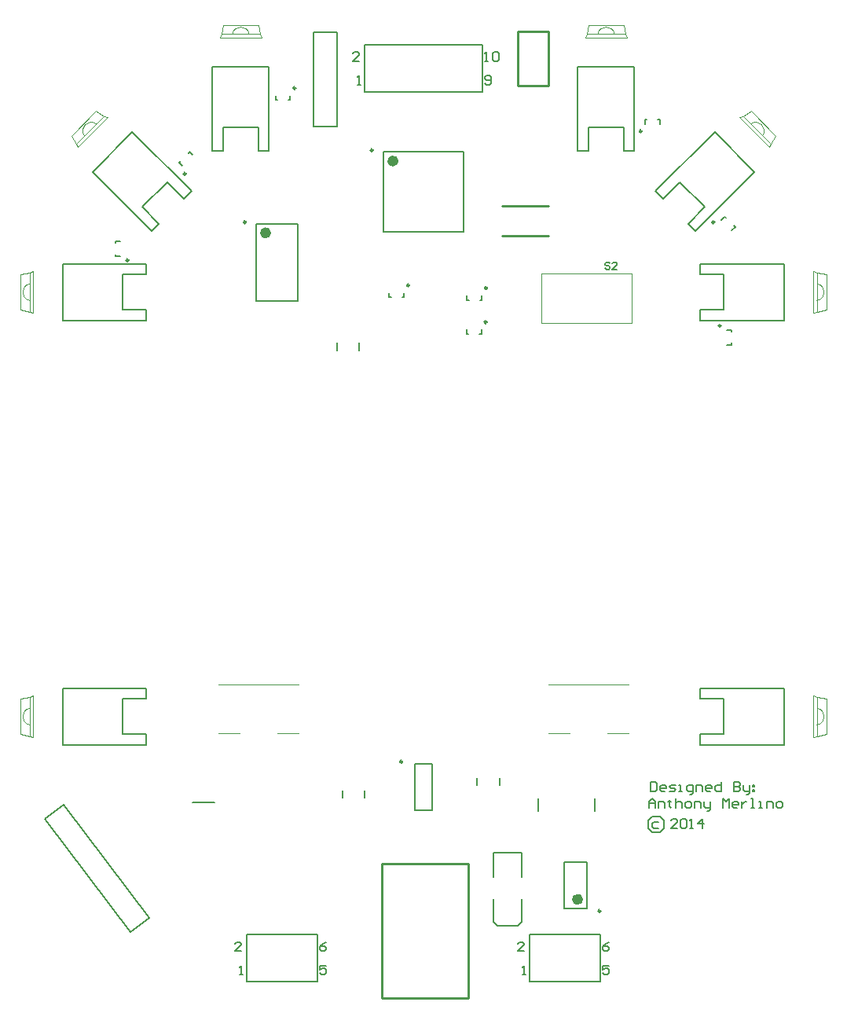
<source format=gto>
%FSLAX25Y25*%
%MOIN*%
G70*
G01*
G75*
G04 Layer_Color=65535*
%ADD10R,0.10236X0.04331*%
%ADD11R,0.06299X0.11811*%
%ADD12R,0.04921X0.21654*%
%ADD13R,0.07480X0.09449*%
%ADD14R,0.03543X0.03150*%
%ADD15O,0.06693X0.01378*%
%ADD16R,0.03150X0.03543*%
G04:AMPARAMS|DCode=17|XSize=35.43mil|YSize=31.5mil|CornerRadius=0mil|HoleSize=0mil|Usage=FLASHONLY|Rotation=315.000|XOffset=0mil|YOffset=0mil|HoleType=Round|Shape=Rectangle|*
%AMROTATEDRECTD17*
4,1,4,-0.02366,0.00139,-0.00139,0.02366,0.02366,-0.00139,0.00139,-0.02366,-0.02366,0.00139,0.0*
%
%ADD17ROTATEDRECTD17*%

G04:AMPARAMS|DCode=18|XSize=35.43mil|YSize=31.5mil|CornerRadius=0mil|HoleSize=0mil|Usage=FLASHONLY|Rotation=225.000|XOffset=0mil|YOffset=0mil|HoleType=Round|Shape=Rectangle|*
%AMROTATEDRECTD18*
4,1,4,0.00139,0.02366,0.02366,0.00139,-0.00139,-0.02366,-0.02366,-0.00139,0.00139,0.02366,0.0*
%
%ADD18ROTATEDRECTD18*%

%ADD19R,0.09055X0.09055*%
%ADD20R,0.22441X0.06693*%
%ADD21O,0.06890X0.01181*%
%ADD22O,0.01181X0.06890*%
%ADD23R,0.03937X0.03937*%
%ADD24R,0.03150X0.01575*%
%ADD25R,0.01575X0.03150*%
G04:AMPARAMS|DCode=26|XSize=15.75mil|YSize=31.5mil|CornerRadius=0mil|HoleSize=0mil|Usage=FLASHONLY|Rotation=225.000|XOffset=0mil|YOffset=0mil|HoleType=Round|Shape=Rectangle|*
%AMROTATEDRECTD26*
4,1,4,-0.00557,0.01670,0.01670,-0.00557,0.00557,-0.01670,-0.01670,0.00557,-0.00557,0.01670,0.0*
%
%ADD26ROTATEDRECTD26*%

G04:AMPARAMS|DCode=27|XSize=15.75mil|YSize=31.5mil|CornerRadius=0mil|HoleSize=0mil|Usage=FLASHONLY|Rotation=135.000|XOffset=0mil|YOffset=0mil|HoleType=Round|Shape=Rectangle|*
%AMROTATEDRECTD27*
4,1,4,0.01670,0.00557,-0.00557,-0.01670,-0.01670,-0.00557,0.00557,0.01670,0.01670,0.00557,0.0*
%
%ADD27ROTATEDRECTD27*%

%ADD28R,0.09843X0.06693*%
%ADD29R,0.02756X0.03937*%
%ADD30R,0.05118X0.06299*%
%ADD31R,0.12992X0.06299*%
%ADD32R,0.05906X0.03937*%
%ADD33O,0.08661X0.02362*%
%ADD34O,0.07480X0.02362*%
%ADD35C,0.02000*%
%ADD36C,0.01000*%
%ADD37C,0.04000*%
%ADD38C,0.00700*%
%ADD39C,0.07874*%
%ADD40C,0.07000*%
%ADD41P,0.06960X4X180.0*%
%ADD42P,0.08352X4X352.0*%
%ADD43C,0.05906*%
%ADD44R,0.05906X0.05906*%
%ADD45R,0.05906X0.05906*%
%ADD46R,0.04921X0.04921*%
%ADD47R,0.04921X0.04921*%
%ADD48P,0.06960X4X270.0*%
%ADD49O,0.08858X0.06693*%
%ADD50O,0.06693X0.08858*%
%ADD51C,0.12000*%
%ADD52C,0.02500*%
%ADD53C,0.05000*%
%ADD54O,0.00984X0.02559*%
%ADD55O,0.02559X0.00984*%
%ADD56R,0.09843X0.09843*%
%ADD57C,0.00394*%
%ADD58C,0.00984*%
%ADD59C,0.02362*%
%ADD60C,0.00787*%
%ADD61C,0.00500*%
%ADD62C,0.00591*%
D36*
X33366Y126673D02*
X53051D01*
X33366Y113974D02*
X53051D01*
X52857Y177689D02*
Y200739D01*
X40107Y177689D02*
X52857D01*
X40107D02*
Y200739D01*
X52857D01*
X18898Y-209543D02*
Y-152457D01*
X-17716D02*
X18898D01*
X-17716Y-209543D02*
Y-152457D01*
Y-209543D02*
X18898D01*
D38*
X96942Y-139173D02*
X100274D01*
X101940Y-137507D01*
Y-134175D01*
X100274Y-132509D01*
X96942D01*
X95276Y-134175D01*
Y-137507D01*
X96942Y-139173D01*
X99615Y-134637D02*
X97615D01*
X96949Y-135304D01*
Y-136637D01*
X97615Y-137303D01*
X99615D01*
X107612D02*
X104946D01*
X107612Y-134637D01*
Y-133971D01*
X106946Y-133304D01*
X105613D01*
X104946Y-133971D01*
X108945D02*
X109611Y-133304D01*
X110944D01*
X111611Y-133971D01*
Y-136637D01*
X110944Y-137303D01*
X109611D01*
X108945Y-136637D01*
Y-133971D01*
X112944Y-137303D02*
X114277D01*
X113610D01*
Y-133304D01*
X112944Y-133971D01*
X118275Y-137303D02*
Y-133304D01*
X116276Y-135304D01*
X118942D01*
X95768Y-128740D02*
Y-126074D01*
X97101Y-124741D01*
X98434Y-126074D01*
Y-128740D01*
Y-126741D01*
X95768D01*
X99766Y-128740D02*
Y-126074D01*
X101766D01*
X102432Y-126741D01*
Y-128740D01*
X104432Y-125408D02*
Y-126074D01*
X103765D01*
X105098D01*
X104432D01*
Y-128074D01*
X105098Y-128740D01*
X107097Y-124741D02*
Y-128740D01*
Y-126741D01*
X107764Y-126074D01*
X109097D01*
X109763Y-126741D01*
Y-128740D01*
X111763D02*
X113095D01*
X113762Y-128074D01*
Y-126741D01*
X113095Y-126074D01*
X111763D01*
X111096Y-126741D01*
Y-128074D01*
X111763Y-128740D01*
X115095D02*
Y-126074D01*
X117094D01*
X117761Y-126741D01*
Y-128740D01*
X119094Y-126074D02*
Y-128074D01*
X119760Y-128740D01*
X121759D01*
Y-129407D01*
X121093Y-130073D01*
X120426D01*
X121759Y-128740D02*
Y-126074D01*
X127091Y-128740D02*
Y-124741D01*
X128424Y-126074D01*
X129757Y-124741D01*
Y-128740D01*
X133089D02*
X131756D01*
X131090Y-128074D01*
Y-126741D01*
X131756Y-126074D01*
X133089D01*
X133756Y-126741D01*
Y-127407D01*
X131090D01*
X135088Y-126074D02*
Y-128740D01*
Y-127407D01*
X135755Y-126741D01*
X136421Y-126074D01*
X137088D01*
X139087Y-128740D02*
X140420D01*
X139753D01*
Y-124741D01*
X139087D01*
X142419Y-128740D02*
X143752D01*
X143086D01*
Y-126074D01*
X142419D01*
X145752Y-128740D02*
Y-126074D01*
X147751D01*
X148417Y-126741D01*
Y-128740D01*
X150417D02*
X151750D01*
X152416Y-128074D01*
Y-126741D01*
X151750Y-126074D01*
X150417D01*
X149750Y-126741D01*
Y-128074D01*
X150417Y-128740D01*
X96457Y-117655D02*
Y-121653D01*
X98456D01*
X99123Y-120987D01*
Y-118321D01*
X98456Y-117655D01*
X96457D01*
X102455Y-121653D02*
X101122D01*
X100455Y-120987D01*
Y-119654D01*
X101122Y-118988D01*
X102455D01*
X103121Y-119654D01*
Y-120321D01*
X100455D01*
X104454Y-121653D02*
X106454D01*
X107120Y-120987D01*
X106454Y-120321D01*
X105121D01*
X104454Y-119654D01*
X105121Y-118988D01*
X107120D01*
X108453Y-121653D02*
X109786D01*
X109119D01*
Y-118988D01*
X108453D01*
X113118Y-122986D02*
X113784D01*
X114451Y-122320D01*
Y-118988D01*
X112452D01*
X111785Y-119654D01*
Y-120987D01*
X112452Y-121653D01*
X114451D01*
X115784D02*
Y-118988D01*
X117783D01*
X118450Y-119654D01*
Y-121653D01*
X121782D02*
X120449D01*
X119782Y-120987D01*
Y-119654D01*
X120449Y-118988D01*
X121782D01*
X122448Y-119654D01*
Y-120321D01*
X119782D01*
X126447Y-117655D02*
Y-121653D01*
X124448D01*
X123781Y-120987D01*
Y-119654D01*
X124448Y-118988D01*
X126447D01*
X131779Y-117655D02*
Y-121653D01*
X133778D01*
X134444Y-120987D01*
Y-120321D01*
X133778Y-119654D01*
X131779D01*
X133778D01*
X134444Y-118988D01*
Y-118321D01*
X133778Y-117655D01*
X131779D01*
X135777Y-118988D02*
Y-120987D01*
X136444Y-121653D01*
X138443D01*
Y-122320D01*
X137777Y-122986D01*
X137110D01*
X138443Y-121653D02*
Y-118988D01*
X139776D02*
X140443D01*
Y-119654D01*
X139776D01*
Y-118988D01*
Y-120987D02*
X140443D01*
Y-121653D01*
X139776D01*
Y-120987D01*
D57*
X143897Y156386D02*
G03*
X138886Y161397I-2898J2113D01*
G01*
X-166969Y93543D02*
G03*
X-166969Y86457I555J-3543D01*
G01*
Y-86457D02*
G03*
X-166969Y-93543I555J-3543D01*
G01*
X166969Y86457D02*
G03*
X166969Y93543I-555J3543D01*
G01*
Y-93543D02*
G03*
X166969Y-86457I-555J3543D01*
G01*
X-73957Y199469D02*
G03*
X-81043Y199469I-3543J-555D01*
G01*
X81043D02*
G03*
X73957Y199469I-3543J-555D01*
G01*
X-138886Y161397D02*
G03*
X-143897Y156386I-2113J-2898D01*
G01*
X49902Y98090D02*
X88484D01*
X49902Y76910D02*
Y98090D01*
Y76910D02*
X88484D01*
Y98090D01*
X147238Y153046D02*
X149465Y156387D01*
X135546Y164738D02*
X138886Y166965D01*
X149465Y156387D01*
X134092Y164115D02*
X135546Y164738D01*
X146615Y151592D02*
X147238Y153046D01*
X135546Y164738D02*
X147238Y153046D01*
X134092Y164115D02*
X146615Y151592D01*
X77874Y-97000D02*
X87000D01*
X53000Y-96969D02*
X62126D01*
X53000Y-76299D02*
X87000D01*
X-87000D02*
X-53000D01*
X-87000Y-96969D02*
X-77874D01*
X-62126Y-97000D02*
X-53000D01*
X-170905Y97480D02*
X-166968Y98268D01*
X-170905Y82520D02*
X-166968Y81732D01*
X-170905Y82520D02*
Y97480D01*
X-166968Y81732D02*
X-165500Y81145D01*
X-166968Y98268D02*
X-165500Y98855D01*
X-166968Y81732D02*
Y98268D01*
X-165500Y81145D02*
Y98855D01*
Y-98855D02*
Y-81145D01*
X-166968Y-98268D02*
Y-81732D01*
X-165500Y-81145D01*
X-166968Y-98268D02*
X-165500Y-98855D01*
X-170905Y-97480D02*
Y-82520D01*
Y-97480D02*
X-166968Y-98268D01*
X-170905Y-82520D02*
X-166968Y-81732D01*
X166969Y81732D02*
X170906Y82520D01*
X166969Y98268D02*
X170906Y97480D01*
Y82520D02*
Y97480D01*
X165500Y98855D02*
X166969Y98268D01*
X165500Y81145D02*
X166969Y81732D01*
Y98268D01*
X165500Y81145D02*
Y98855D01*
Y-98855D02*
Y-81145D01*
X166969Y-98268D02*
Y-81732D01*
X165500Y-98855D02*
X166969Y-98268D01*
X165500Y-81145D02*
X166969Y-81732D01*
X170906Y-97480D02*
Y-82520D01*
X166969Y-81732D02*
X170906Y-82520D01*
X166969Y-98268D02*
X170906Y-97480D01*
X-70020Y203405D02*
X-69232Y199469D01*
X-85768D02*
X-84980Y203405D01*
X-70020D01*
X-86355Y198000D02*
X-85768Y199469D01*
X-69232D02*
X-68645Y198000D01*
X-85768Y199469D02*
X-69232D01*
X-86355Y198000D02*
X-68645D01*
X68645D02*
X86355D01*
X69232Y199469D02*
X85768D01*
X86355Y198000D01*
X68645D02*
X69232Y199469D01*
X70020Y203405D02*
X84980D01*
X69232Y199469D02*
X70020Y203405D01*
X84980D02*
X85768Y199469D01*
X-138886Y166965D02*
X-135546Y164738D01*
X-149465Y156387D02*
X-147238Y153046D01*
X-149465Y156387D02*
X-138886Y166965D01*
X-147238Y153046D02*
X-146615Y151592D01*
X-135546Y164738D02*
X-134092Y164115D01*
X-147238Y153046D02*
X-135546Y164738D01*
X-146615Y151592D02*
X-134092Y164115D01*
D58*
X-75394Y119685D02*
G03*
X-75394Y119685I-492J0D01*
G01*
X-21457Y150197D02*
G03*
X-21457Y150197I-492J0D01*
G01*
X-125098Y103543D02*
G03*
X-125098Y103543I-492J0D01*
G01*
X126181Y75787D02*
G03*
X126181Y75787I-492J0D01*
G01*
X-54232Y176575D02*
G03*
X-54232Y176575I-492J0D01*
G01*
X92618Y158268D02*
G03*
X92618Y158268I-492J0D01*
G01*
X-100818Y140217D02*
G03*
X-100818Y140217I-492J0D01*
G01*
X123386Y119716D02*
G03*
X123386Y119716I-492J0D01*
G01*
X26870Y77362D02*
G03*
X26870Y77362I-492J0D01*
G01*
X26969Y91831D02*
G03*
X26969Y91831I-492J0D01*
G01*
X-6004Y92913D02*
G03*
X-6004Y92913I-492J0D01*
G01*
X-8957Y-109153D02*
G03*
X-8957Y-109153I-492J0D01*
G01*
X75098Y-172461D02*
G03*
X75098Y-172461I-492J0D01*
G01*
D59*
X-65847Y115157D02*
G03*
X-65847Y115157I-1181J0D01*
G01*
X-11811Y145669D02*
G03*
X-11811Y145669I-1181J0D01*
G01*
X66535Y-167520D02*
G03*
X66535Y-167520I-1181J0D01*
G01*
D60*
X-27165Y65354D02*
Y68504D01*
X-36614Y65354D02*
Y68504D01*
X-70965Y86417D02*
Y119095D01*
X-53248Y86417D02*
Y119095D01*
X-70965D02*
X-53248D01*
X-70965Y86417D02*
X-53248D01*
X22835Y-119095D02*
Y-115945D01*
X32284Y-119095D02*
Y-115945D01*
X29626Y-177067D02*
Y-167421D01*
X41831Y-177067D02*
Y-167421D01*
Y-157973D02*
Y-147736D01*
X29626Y-157973D02*
Y-147736D01*
X31398Y-178839D02*
X40059D01*
X41831Y-177067D01*
X29626D02*
X31398Y-178839D01*
X29626Y-147736D02*
X41831D01*
X72835Y-130118D02*
Y-124606D01*
X48819Y-130118D02*
Y-124606D01*
X-25000Y-124508D02*
Y-121358D01*
X-34449Y-124508D02*
Y-121358D01*
X-124437Y-181284D02*
X-116450Y-175266D01*
X-160546Y-133366D02*
X-152559Y-127348D01*
X-116450Y-175266D01*
X-160546Y-133366D02*
X-124437Y-181284D01*
X-46634Y200177D02*
X-36634D01*
Y160177D02*
Y200177D01*
X-46634Y160177D02*
Y200177D01*
Y160177D02*
X-36634D01*
X-16929Y115748D02*
Y149606D01*
X16929Y115748D02*
Y149606D01*
X-16929D02*
X16929D01*
X-16929Y115748D02*
X16929D01*
X-130709Y110827D02*
Y111614D01*
X-128740D01*
X-130709Y105315D02*
Y106102D01*
Y105315D02*
X-128740D01*
X130807Y67716D02*
Y68504D01*
X128839Y67716D02*
X130807D01*
Y73228D02*
Y74016D01*
X128839D02*
X130807D01*
X-62795Y171457D02*
X-62008D01*
X-62795D02*
Y173425D01*
X-57283Y171457D02*
X-56496D01*
Y173425D01*
X99409Y163386D02*
X100197D01*
Y161417D02*
Y163386D01*
X93898D02*
X94685D01*
X93898Y161417D02*
Y163386D01*
X-99779Y148986D02*
X-99222Y149543D01*
X-97831Y148151D01*
X-103677Y145089D02*
X-103120Y145645D01*
X-103677Y145089D02*
X-102285Y143697D01*
X131663Y118185D02*
X132220Y117628D01*
X130828Y116236D02*
X132220Y117628D01*
X127766Y122082D02*
X128323Y121525D01*
X126374Y120690D02*
X127766Y122082D01*
X-97835Y-126476D02*
X-88779D01*
X18307Y72244D02*
X19095D01*
X18307D02*
Y74212D01*
X23819Y72244D02*
X24606D01*
Y74212D01*
X18406Y86712D02*
X19193D01*
X18406D02*
Y88681D01*
X23917Y86712D02*
X24705D01*
Y88681D01*
X-14567Y87795D02*
X-13779D01*
X-14567D02*
Y89764D01*
X-9055Y87795D02*
X-8268D01*
Y89764D01*
X25000Y175000D02*
Y195000D01*
X-25000Y175000D02*
Y195000D01*
X25000D01*
X-25000Y175000D02*
X25000D01*
X-45000Y-202500D02*
Y-182500D01*
X-75000Y-202500D02*
Y-182500D01*
X-45000D01*
X-75000Y-202500D02*
X-45000D01*
X-64167D02*
X-45000D01*
X75000D02*
Y-182500D01*
X45000Y-202500D02*
Y-182500D01*
X75000D01*
X45000Y-202500D02*
X75000D01*
X55833D02*
X75000D01*
X-3543Y-129842D02*
X3543D01*
X-3543Y-110157D02*
X3543D01*
Y-129842D02*
Y-110157D01*
X-3543Y-129842D02*
Y-110157D01*
X59646Y-151772D02*
X69291D01*
X59646Y-171457D02*
X69291D01*
X59646D02*
Y-151772D01*
X69291Y-171457D02*
Y-151772D01*
D61*
X-89500Y150000D02*
X-85000D01*
Y160000D01*
X-70000D01*
Y150000D02*
Y160000D01*
Y150000D02*
X-65500D01*
X-89500D02*
Y185500D01*
X-65500D01*
Y150000D02*
Y185500D01*
X89500Y150000D02*
Y185500D01*
X65500D02*
X89500D01*
X65500Y150000D02*
Y185500D01*
X85000Y150000D02*
X89500D01*
X85000D02*
Y160000D01*
X70000D02*
X85000D01*
X70000Y150000D02*
Y160000D01*
X65500Y150000D02*
X70000D01*
X-115379Y115908D02*
X-112197Y119090D01*
X-119268Y126161D02*
X-112197Y119090D01*
X-119268Y126161D02*
X-108661Y136768D01*
X-101590Y129697D01*
X-98408Y132879D01*
X-140481Y141010D02*
X-115379Y115908D01*
X-140481Y141010D02*
X-123510Y157981D01*
X-98408Y132879D01*
X115379Y115908D02*
X140481Y141010D01*
X123510Y157981D02*
X140481Y141010D01*
X98408Y132879D02*
X123510Y157981D01*
X112197Y119090D02*
X115379Y115908D01*
X112197Y119090D02*
X119268Y126161D01*
X108661Y136768D02*
X119268Y126161D01*
X101590Y129697D02*
X108661Y136768D01*
X98408Y132879D02*
X101590Y129697D01*
X-117500Y78000D02*
Y82500D01*
X-127500D02*
X-117500D01*
X-127500D02*
Y97500D01*
X-117500D01*
Y102000D01*
X-153000Y78000D02*
X-117500D01*
X-153000D02*
Y102000D01*
X-117500D01*
X117500Y78000D02*
X153000D01*
Y102000D01*
X117500D02*
X153000D01*
X117500Y78000D02*
Y82500D01*
X127500D01*
Y97500D01*
X117500D02*
X127500D01*
X117500D02*
Y102000D01*
Y-82500D02*
Y-78000D01*
Y-82500D02*
X127500D01*
Y-97500D02*
Y-82500D01*
X117500Y-97500D02*
X127500D01*
X117500Y-102000D02*
Y-97500D01*
Y-78000D02*
X153000D01*
Y-102000D02*
Y-78000D01*
X117500Y-102000D02*
X153000D01*
X-153000Y-78000D02*
X-117500D01*
X-153000Y-102000D02*
Y-78000D01*
Y-102000D02*
X-117500D01*
Y-82500D02*
Y-78000D01*
X-127500Y-82500D02*
X-117500D01*
X-127500Y-97500D02*
Y-82500D01*
Y-97500D02*
X-117500D01*
Y-102000D02*
Y-97500D01*
X79165Y102204D02*
X78665Y102704D01*
X77665D01*
X77165Y102204D01*
Y101704D01*
X77665Y101204D01*
X78665D01*
X79165Y100704D01*
Y100205D01*
X78665Y99705D01*
X77665D01*
X77165Y100205D01*
X82164Y99705D02*
X80164D01*
X82164Y101704D01*
Y102204D01*
X81664Y102704D01*
X80664D01*
X80164Y102204D01*
D62*
X-27376Y188000D02*
X-30000D01*
X-27376Y190624D01*
Y191280D01*
X-28032Y191936D01*
X-29344D01*
X-30000Y191280D01*
X-28000Y178000D02*
X-26688D01*
X-27344D01*
Y181936D01*
X-28000Y181280D01*
X26000Y178656D02*
X26656Y178000D01*
X27968D01*
X28624Y178656D01*
Y181280D01*
X27968Y181936D01*
X26656D01*
X26000Y181280D01*
Y180624D01*
X26656Y179968D01*
X28624D01*
X26000Y188000D02*
X27312D01*
X26656D01*
Y191936D01*
X26000Y191280D01*
X29280D02*
X29936Y191936D01*
X31248D01*
X31904Y191280D01*
Y188656D01*
X31248Y188000D01*
X29936D01*
X29280Y188656D01*
Y191280D01*
X-41376Y-185564D02*
X-42688Y-186220D01*
X-44000Y-187532D01*
Y-188844D01*
X-43344Y-189500D01*
X-42032D01*
X-41376Y-188844D01*
Y-188188D01*
X-42032Y-187532D01*
X-44000D01*
X-41376Y-195564D02*
X-44000D01*
Y-197532D01*
X-42688Y-196876D01*
X-42032D01*
X-41376Y-197532D01*
Y-198844D01*
X-42032Y-199500D01*
X-43344D01*
X-44000Y-198844D01*
X-77376Y-189500D02*
X-80000D01*
X-77376Y-186876D01*
Y-186220D01*
X-78032Y-185564D01*
X-79344D01*
X-80000Y-186220D01*
X-78000Y-199500D02*
X-76688D01*
X-77344D01*
Y-195564D01*
X-78000Y-196220D01*
X78624Y-185564D02*
X77312Y-186220D01*
X76000Y-187532D01*
Y-188844D01*
X76656Y-189500D01*
X77968D01*
X78624Y-188844D01*
Y-188188D01*
X77968Y-187532D01*
X76000D01*
X78624Y-195564D02*
X76000D01*
Y-197532D01*
X77312Y-196876D01*
X77968D01*
X78624Y-197532D01*
Y-198844D01*
X77968Y-199500D01*
X76656D01*
X76000Y-198844D01*
X42624Y-189500D02*
X40000D01*
X42624Y-186876D01*
Y-186220D01*
X41968Y-185564D01*
X40656D01*
X40000Y-186220D01*
X42000Y-199500D02*
X43312D01*
X42656D01*
Y-195564D01*
X42000Y-196220D01*
M02*

</source>
